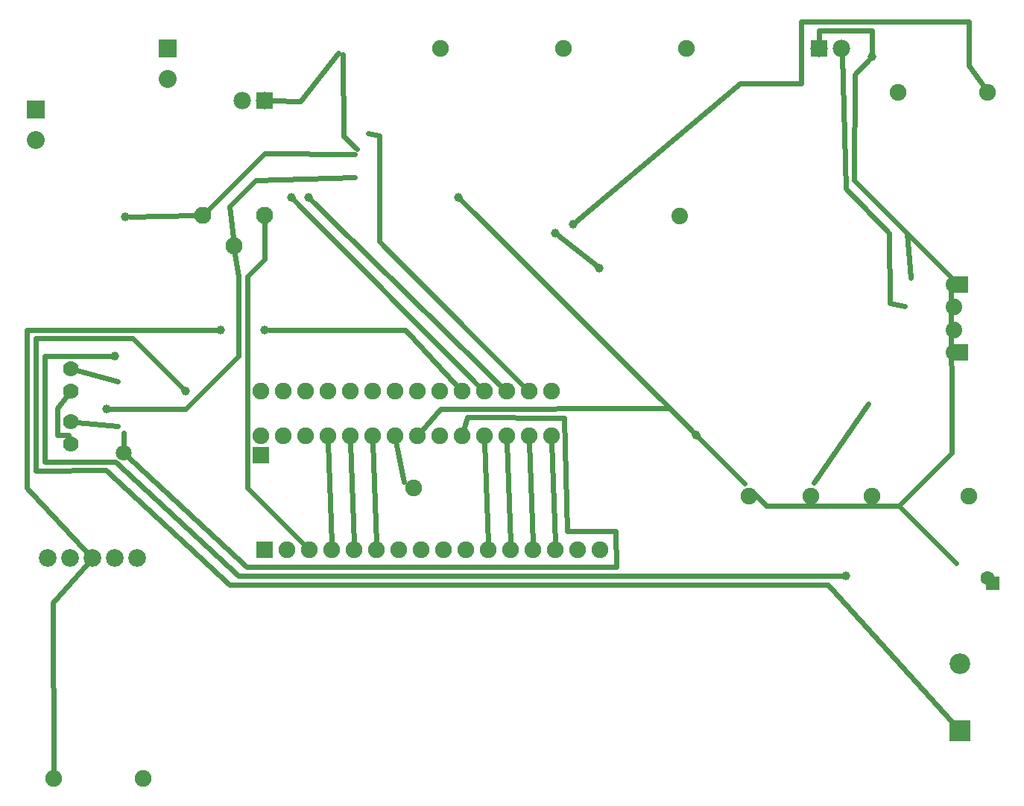
<source format=gtl>
G04 MADE WITH FRITZING*
G04 WWW.FRITZING.ORG*
G04 DOUBLE SIDED*
G04 HOLES PLATED*
G04 CONTOUR ON CENTER OF CONTOUR VECTOR*
%ASAXBY*%
%FSLAX23Y23*%
%MOIN*%
%OFA0B0*%
%SFA1.0B1.0*%
%ADD10C,0.039370*%
%ADD11C,0.080000*%
%ADD12C,0.078000*%
%ADD13C,0.062992*%
%ADD14C,0.075000*%
%ADD15C,0.092000*%
%ADD16C,0.076772*%
%ADD17C,0.070000*%
%ADD18C,0.070925*%
%ADD19C,0.070866*%
%ADD20C,0.079370*%
%ADD21C,0.074472*%
%ADD22C,0.074000*%
%ADD23R,0.080000X0.080000*%
%ADD24R,0.078000X0.078000*%
%ADD25R,0.062992X0.062992*%
%ADD26R,0.092000X0.092000*%
%ADD27R,0.075000X0.075000*%
%ADD28R,0.074108X0.074472*%
%ADD29C,0.024000*%
%LNCOPPER1*%
G90*
G70*
G54D10*
X493Y2097D03*
X579Y2956D03*
X2068Y3042D03*
X3131Y1979D03*
X3918Y3672D03*
X3800Y1349D03*
X532Y2333D03*
X2580Y2924D03*
X847Y2176D03*
X2501Y2884D03*
X2698Y2727D03*
X1202Y2451D03*
X1005Y2451D03*
X1320Y3042D03*
X1398Y3042D03*
G54D11*
X178Y3435D03*
X178Y3298D03*
X768Y3711D03*
X768Y3573D03*
G54D12*
X1202Y3475D03*
X1102Y3475D03*
G54D13*
X4434Y1339D03*
X4434Y1339D03*
G54D14*
X4351Y1705D03*
X4351Y1705D03*
G54D15*
X4312Y655D03*
X4312Y955D03*
G54D16*
X1202Y2963D03*
X926Y2963D03*
X1064Y2825D03*
G54D14*
X1869Y1742D03*
X1869Y1742D03*
G54D17*
X335Y1939D03*
X335Y2039D03*
G54D14*
X257Y443D03*
X657Y443D03*
G54D17*
X335Y2176D03*
X335Y2276D03*
G54D14*
X1183Y1976D03*
X1183Y2176D03*
X1283Y1976D03*
X1283Y2176D03*
X1383Y1976D03*
X1383Y2176D03*
X1483Y1976D03*
X1483Y2176D03*
X1583Y1976D03*
X1583Y2176D03*
X1683Y1976D03*
X1683Y2176D03*
X1783Y1976D03*
X1783Y2176D03*
X1883Y1976D03*
X1883Y2176D03*
X1983Y1976D03*
X1983Y2176D03*
X2083Y1976D03*
X2083Y2176D03*
X2183Y1976D03*
X2183Y2176D03*
X2283Y1976D03*
X2283Y2176D03*
X2383Y1976D03*
X2383Y2176D03*
X2483Y1976D03*
X2483Y2176D03*
G54D18*
X572Y1898D03*
G54D19*
X572Y1898D03*
G54D20*
X232Y1428D03*
X332Y1428D03*
X432Y1428D03*
X532Y1428D03*
X632Y1428D03*
G54D14*
X4036Y3514D03*
X4436Y3514D03*
G54D12*
X3682Y3711D03*
X3782Y3711D03*
G54D21*
X4284Y2652D03*
X4284Y2652D03*
X4284Y2552D03*
X4284Y2552D03*
X4284Y2451D03*
X4284Y2451D03*
X4284Y2351D03*
X4284Y2351D03*
X4284Y2652D03*
X4284Y2652D03*
X4284Y2552D03*
X4284Y2552D03*
X4284Y2451D03*
X4284Y2451D03*
X4284Y2351D03*
X4284Y2351D03*
G54D22*
X3059Y2960D03*
X3059Y2960D03*
X3059Y2960D03*
X3059Y2960D03*
G54D14*
X2538Y3711D03*
X2538Y3711D03*
X1987Y3711D03*
X1987Y3711D03*
X3089Y3711D03*
X3089Y3711D03*
X3918Y1705D03*
X3918Y1705D03*
X3643Y1705D03*
X3643Y1705D03*
X3367Y1705D03*
X3367Y1705D03*
X1202Y1467D03*
X1302Y1467D03*
X1402Y1467D03*
X1502Y1467D03*
X1602Y1467D03*
X1702Y1467D03*
X1802Y1467D03*
X1902Y1467D03*
X2002Y1467D03*
X2102Y1467D03*
X2202Y1467D03*
X2302Y1467D03*
X2402Y1467D03*
X2502Y1467D03*
X2602Y1467D03*
X2702Y1467D03*
G54D23*
X178Y3435D03*
X768Y3711D03*
G54D24*
X1202Y3475D03*
G54D25*
X4457Y1315D03*
G54D26*
X4312Y655D03*
G54D27*
X1183Y1888D03*
G54D24*
X3682Y3711D03*
G54D28*
X4312Y2652D03*
X4312Y2652D03*
X4312Y2351D03*
G54D27*
X1201Y1467D03*
G54D29*
X2384Y1947D02*
X2400Y1495D01*
D02*
X3659Y1766D02*
X3902Y2119D01*
D02*
X1684Y1947D02*
X1700Y1495D01*
D02*
X2484Y1947D02*
X2500Y1495D01*
D02*
X2284Y1947D02*
X2300Y1495D01*
D02*
X2200Y1495D02*
X2184Y1947D01*
D02*
X1484Y1947D02*
X1500Y1495D01*
D02*
X1584Y1947D02*
X1600Y1495D01*
D02*
X3997Y2569D02*
X4063Y2557D01*
D02*
X3996Y2884D02*
X3997Y2569D01*
D02*
X3800Y3082D02*
X3996Y2884D01*
D02*
X3783Y3681D02*
X3800Y3082D01*
D02*
X1123Y1742D02*
X1381Y1487D01*
D02*
X1123Y2688D02*
X1123Y1742D01*
D02*
X1201Y2766D02*
X1123Y2688D01*
D02*
X1201Y2926D02*
X1201Y2766D01*
D02*
X361Y2037D02*
X545Y2020D01*
D02*
X1713Y3318D02*
X1665Y3329D01*
D02*
X1713Y2845D02*
X1713Y3318D01*
D02*
X2107Y2451D02*
X1713Y2845D01*
D02*
X2362Y2196D02*
X2107Y2451D01*
D02*
X2540Y2057D02*
X2556Y1549D01*
D02*
X2107Y2058D02*
X2540Y2057D01*
D02*
X2091Y2003D02*
X2107Y2058D01*
D02*
X571Y1900D02*
X572Y1991D01*
D02*
X1122Y1389D02*
X571Y1900D01*
D02*
X2776Y1389D02*
X1122Y1389D01*
D02*
X2772Y1549D02*
X2776Y1389D01*
D02*
X2556Y1549D02*
X2772Y1549D01*
D02*
X361Y2269D02*
X546Y2218D01*
D02*
X1826Y1770D02*
X1789Y1948D01*
D02*
X1069Y2789D02*
X1083Y2688D01*
D02*
X847Y2096D02*
X512Y2097D01*
D02*
X1083Y2333D02*
X847Y2096D01*
D02*
X1083Y2688D02*
X1083Y2333D01*
D02*
X1604Y3134D02*
X1162Y3120D01*
D02*
X1044Y3002D02*
X1060Y2862D01*
D02*
X1162Y3120D02*
X1044Y3002D01*
D02*
X276Y2101D02*
X319Y2155D01*
D02*
X276Y1981D02*
X276Y2101D01*
D02*
X324Y1981D02*
X276Y1981D01*
D02*
X329Y1965D02*
X324Y1981D01*
D02*
X889Y2962D02*
X598Y2957D01*
D02*
X1604Y3236D02*
X1202Y3238D01*
D02*
X1202Y3238D02*
X952Y2989D01*
D02*
X1555Y3317D02*
X1613Y3258D01*
D02*
X1550Y3682D02*
X1555Y3317D01*
D02*
X1360Y3474D02*
X1532Y3689D01*
D02*
X1232Y3475D02*
X1360Y3474D01*
D02*
X1989Y2097D02*
X3013Y2098D01*
D02*
X1902Y1997D02*
X1989Y2097D01*
D02*
X3013Y2098D02*
X2081Y3028D01*
D02*
X3117Y1992D02*
X3013Y2098D01*
D02*
X3347Y1763D02*
X3144Y1965D01*
D02*
X4293Y1407D02*
X4037Y1663D01*
D02*
X3445Y1664D02*
X3387Y1722D01*
D02*
X4037Y1663D02*
X3445Y1664D01*
D02*
X4075Y2884D02*
X4272Y2687D01*
D02*
X4091Y2684D02*
X4075Y2884D01*
D02*
X4273Y1900D02*
X4037Y1663D01*
D02*
X4272Y2687D02*
X4273Y1900D01*
D02*
X3839Y3120D02*
X4075Y2884D01*
D02*
X3840Y3593D02*
X3839Y3120D01*
D02*
X3905Y3658D02*
X3840Y3593D01*
D02*
X3919Y3790D02*
X3918Y3691D01*
D02*
X3682Y3790D02*
X3919Y3790D01*
D02*
X3682Y3741D02*
X3682Y3790D01*
D02*
X1083Y1348D02*
X533Y1860D01*
D02*
X3781Y1349D02*
X1083Y1348D01*
D02*
X3602Y3553D02*
X3602Y3829D01*
D02*
X3328Y3553D02*
X3602Y3553D01*
D02*
X2594Y2936D02*
X3328Y3553D01*
D02*
X217Y2333D02*
X513Y2333D01*
D02*
X217Y1860D02*
X217Y2333D01*
D02*
X533Y1860D02*
X217Y1860D01*
D02*
X4351Y3829D02*
X4351Y3633D01*
D02*
X3602Y3829D02*
X4351Y3829D01*
D02*
X3721Y1309D02*
X1044Y1309D01*
D02*
X4287Y683D02*
X3721Y1309D01*
D02*
X4351Y3633D02*
X4420Y3537D01*
D02*
X1044Y1309D02*
X492Y1822D01*
D02*
X611Y2412D02*
X833Y2189D01*
D02*
X177Y2412D02*
X611Y2412D01*
D02*
X178Y1821D02*
X177Y2412D01*
D02*
X492Y1822D02*
X178Y1821D01*
D02*
X2516Y2872D02*
X2683Y2739D01*
D02*
X256Y1231D02*
X412Y1405D01*
D02*
X257Y472D02*
X256Y1231D01*
D02*
X1831Y2451D02*
X1221Y2451D01*
D02*
X2063Y2197D02*
X1831Y2451D01*
D02*
X986Y2451D02*
X139Y2451D01*
D02*
X139Y1743D02*
X411Y1450D01*
D02*
X139Y2451D02*
X139Y1743D01*
D02*
X2162Y2196D02*
X1333Y3028D01*
D02*
X2262Y2196D02*
X1412Y3028D01*
G04 End of Copper1*
M02*
</source>
